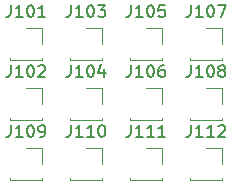
<source format=gbr>
%TF.GenerationSoftware,KiCad,Pcbnew,7.0.10*%
%TF.CreationDate,2024-02-06T00:10:35-05:00*%
%TF.ProjectId,hole_test,686f6c65-5f74-4657-9374-2e6b69636164,rev?*%
%TF.SameCoordinates,Original*%
%TF.FileFunction,Legend,Top*%
%TF.FilePolarity,Positive*%
%FSLAX46Y46*%
G04 Gerber Fmt 4.6, Leading zero omitted, Abs format (unit mm)*
G04 Created by KiCad (PCBNEW 7.0.10) date 2024-02-06 00:10:35*
%MOMM*%
%LPD*%
G01*
G04 APERTURE LIST*
%ADD10C,0.150000*%
%ADD11C,0.120000*%
G04 APERTURE END LIST*
D10*
X100314285Y-75424819D02*
X100314285Y-76139104D01*
X100314285Y-76139104D02*
X100266666Y-76281961D01*
X100266666Y-76281961D02*
X100171428Y-76377200D01*
X100171428Y-76377200D02*
X100028571Y-76424819D01*
X100028571Y-76424819D02*
X99933333Y-76424819D01*
X101314285Y-76424819D02*
X100742857Y-76424819D01*
X101028571Y-76424819D02*
X101028571Y-75424819D01*
X101028571Y-75424819D02*
X100933333Y-75567676D01*
X100933333Y-75567676D02*
X100838095Y-75662914D01*
X100838095Y-75662914D02*
X100742857Y-75710533D01*
X102266666Y-76424819D02*
X101695238Y-76424819D01*
X101980952Y-76424819D02*
X101980952Y-75424819D01*
X101980952Y-75424819D02*
X101885714Y-75567676D01*
X101885714Y-75567676D02*
X101790476Y-75662914D01*
X101790476Y-75662914D02*
X101695238Y-75710533D01*
X102647619Y-75520057D02*
X102695238Y-75472438D01*
X102695238Y-75472438D02*
X102790476Y-75424819D01*
X102790476Y-75424819D02*
X103028571Y-75424819D01*
X103028571Y-75424819D02*
X103123809Y-75472438D01*
X103123809Y-75472438D02*
X103171428Y-75520057D01*
X103171428Y-75520057D02*
X103219047Y-75615295D01*
X103219047Y-75615295D02*
X103219047Y-75710533D01*
X103219047Y-75710533D02*
X103171428Y-75853390D01*
X103171428Y-75853390D02*
X102600000Y-76424819D01*
X102600000Y-76424819D02*
X103219047Y-76424819D01*
X95234285Y-75424819D02*
X95234285Y-76139104D01*
X95234285Y-76139104D02*
X95186666Y-76281961D01*
X95186666Y-76281961D02*
X95091428Y-76377200D01*
X95091428Y-76377200D02*
X94948571Y-76424819D01*
X94948571Y-76424819D02*
X94853333Y-76424819D01*
X96234285Y-76424819D02*
X95662857Y-76424819D01*
X95948571Y-76424819D02*
X95948571Y-75424819D01*
X95948571Y-75424819D02*
X95853333Y-75567676D01*
X95853333Y-75567676D02*
X95758095Y-75662914D01*
X95758095Y-75662914D02*
X95662857Y-75710533D01*
X97186666Y-76424819D02*
X96615238Y-76424819D01*
X96900952Y-76424819D02*
X96900952Y-75424819D01*
X96900952Y-75424819D02*
X96805714Y-75567676D01*
X96805714Y-75567676D02*
X96710476Y-75662914D01*
X96710476Y-75662914D02*
X96615238Y-75710533D01*
X98139047Y-76424819D02*
X97567619Y-76424819D01*
X97853333Y-76424819D02*
X97853333Y-75424819D01*
X97853333Y-75424819D02*
X97758095Y-75567676D01*
X97758095Y-75567676D02*
X97662857Y-75662914D01*
X97662857Y-75662914D02*
X97567619Y-75710533D01*
X90154285Y-75424819D02*
X90154285Y-76139104D01*
X90154285Y-76139104D02*
X90106666Y-76281961D01*
X90106666Y-76281961D02*
X90011428Y-76377200D01*
X90011428Y-76377200D02*
X89868571Y-76424819D01*
X89868571Y-76424819D02*
X89773333Y-76424819D01*
X91154285Y-76424819D02*
X90582857Y-76424819D01*
X90868571Y-76424819D02*
X90868571Y-75424819D01*
X90868571Y-75424819D02*
X90773333Y-75567676D01*
X90773333Y-75567676D02*
X90678095Y-75662914D01*
X90678095Y-75662914D02*
X90582857Y-75710533D01*
X92106666Y-76424819D02*
X91535238Y-76424819D01*
X91820952Y-76424819D02*
X91820952Y-75424819D01*
X91820952Y-75424819D02*
X91725714Y-75567676D01*
X91725714Y-75567676D02*
X91630476Y-75662914D01*
X91630476Y-75662914D02*
X91535238Y-75710533D01*
X92725714Y-75424819D02*
X92820952Y-75424819D01*
X92820952Y-75424819D02*
X92916190Y-75472438D01*
X92916190Y-75472438D02*
X92963809Y-75520057D01*
X92963809Y-75520057D02*
X93011428Y-75615295D01*
X93011428Y-75615295D02*
X93059047Y-75805771D01*
X93059047Y-75805771D02*
X93059047Y-76043866D01*
X93059047Y-76043866D02*
X93011428Y-76234342D01*
X93011428Y-76234342D02*
X92963809Y-76329580D01*
X92963809Y-76329580D02*
X92916190Y-76377200D01*
X92916190Y-76377200D02*
X92820952Y-76424819D01*
X92820952Y-76424819D02*
X92725714Y-76424819D01*
X92725714Y-76424819D02*
X92630476Y-76377200D01*
X92630476Y-76377200D02*
X92582857Y-76329580D01*
X92582857Y-76329580D02*
X92535238Y-76234342D01*
X92535238Y-76234342D02*
X92487619Y-76043866D01*
X92487619Y-76043866D02*
X92487619Y-75805771D01*
X92487619Y-75805771D02*
X92535238Y-75615295D01*
X92535238Y-75615295D02*
X92582857Y-75520057D01*
X92582857Y-75520057D02*
X92630476Y-75472438D01*
X92630476Y-75472438D02*
X92725714Y-75424819D01*
X85074285Y-75424819D02*
X85074285Y-76139104D01*
X85074285Y-76139104D02*
X85026666Y-76281961D01*
X85026666Y-76281961D02*
X84931428Y-76377200D01*
X84931428Y-76377200D02*
X84788571Y-76424819D01*
X84788571Y-76424819D02*
X84693333Y-76424819D01*
X86074285Y-76424819D02*
X85502857Y-76424819D01*
X85788571Y-76424819D02*
X85788571Y-75424819D01*
X85788571Y-75424819D02*
X85693333Y-75567676D01*
X85693333Y-75567676D02*
X85598095Y-75662914D01*
X85598095Y-75662914D02*
X85502857Y-75710533D01*
X86693333Y-75424819D02*
X86788571Y-75424819D01*
X86788571Y-75424819D02*
X86883809Y-75472438D01*
X86883809Y-75472438D02*
X86931428Y-75520057D01*
X86931428Y-75520057D02*
X86979047Y-75615295D01*
X86979047Y-75615295D02*
X87026666Y-75805771D01*
X87026666Y-75805771D02*
X87026666Y-76043866D01*
X87026666Y-76043866D02*
X86979047Y-76234342D01*
X86979047Y-76234342D02*
X86931428Y-76329580D01*
X86931428Y-76329580D02*
X86883809Y-76377200D01*
X86883809Y-76377200D02*
X86788571Y-76424819D01*
X86788571Y-76424819D02*
X86693333Y-76424819D01*
X86693333Y-76424819D02*
X86598095Y-76377200D01*
X86598095Y-76377200D02*
X86550476Y-76329580D01*
X86550476Y-76329580D02*
X86502857Y-76234342D01*
X86502857Y-76234342D02*
X86455238Y-76043866D01*
X86455238Y-76043866D02*
X86455238Y-75805771D01*
X86455238Y-75805771D02*
X86502857Y-75615295D01*
X86502857Y-75615295D02*
X86550476Y-75520057D01*
X86550476Y-75520057D02*
X86598095Y-75472438D01*
X86598095Y-75472438D02*
X86693333Y-75424819D01*
X87502857Y-76424819D02*
X87693333Y-76424819D01*
X87693333Y-76424819D02*
X87788571Y-76377200D01*
X87788571Y-76377200D02*
X87836190Y-76329580D01*
X87836190Y-76329580D02*
X87931428Y-76186723D01*
X87931428Y-76186723D02*
X87979047Y-75996247D01*
X87979047Y-75996247D02*
X87979047Y-75615295D01*
X87979047Y-75615295D02*
X87931428Y-75520057D01*
X87931428Y-75520057D02*
X87883809Y-75472438D01*
X87883809Y-75472438D02*
X87788571Y-75424819D01*
X87788571Y-75424819D02*
X87598095Y-75424819D01*
X87598095Y-75424819D02*
X87502857Y-75472438D01*
X87502857Y-75472438D02*
X87455238Y-75520057D01*
X87455238Y-75520057D02*
X87407619Y-75615295D01*
X87407619Y-75615295D02*
X87407619Y-75853390D01*
X87407619Y-75853390D02*
X87455238Y-75948628D01*
X87455238Y-75948628D02*
X87502857Y-75996247D01*
X87502857Y-75996247D02*
X87598095Y-76043866D01*
X87598095Y-76043866D02*
X87788571Y-76043866D01*
X87788571Y-76043866D02*
X87883809Y-75996247D01*
X87883809Y-75996247D02*
X87931428Y-75948628D01*
X87931428Y-75948628D02*
X87979047Y-75853390D01*
X100314285Y-65264819D02*
X100314285Y-65979104D01*
X100314285Y-65979104D02*
X100266666Y-66121961D01*
X100266666Y-66121961D02*
X100171428Y-66217200D01*
X100171428Y-66217200D02*
X100028571Y-66264819D01*
X100028571Y-66264819D02*
X99933333Y-66264819D01*
X101314285Y-66264819D02*
X100742857Y-66264819D01*
X101028571Y-66264819D02*
X101028571Y-65264819D01*
X101028571Y-65264819D02*
X100933333Y-65407676D01*
X100933333Y-65407676D02*
X100838095Y-65502914D01*
X100838095Y-65502914D02*
X100742857Y-65550533D01*
X101933333Y-65264819D02*
X102028571Y-65264819D01*
X102028571Y-65264819D02*
X102123809Y-65312438D01*
X102123809Y-65312438D02*
X102171428Y-65360057D01*
X102171428Y-65360057D02*
X102219047Y-65455295D01*
X102219047Y-65455295D02*
X102266666Y-65645771D01*
X102266666Y-65645771D02*
X102266666Y-65883866D01*
X102266666Y-65883866D02*
X102219047Y-66074342D01*
X102219047Y-66074342D02*
X102171428Y-66169580D01*
X102171428Y-66169580D02*
X102123809Y-66217200D01*
X102123809Y-66217200D02*
X102028571Y-66264819D01*
X102028571Y-66264819D02*
X101933333Y-66264819D01*
X101933333Y-66264819D02*
X101838095Y-66217200D01*
X101838095Y-66217200D02*
X101790476Y-66169580D01*
X101790476Y-66169580D02*
X101742857Y-66074342D01*
X101742857Y-66074342D02*
X101695238Y-65883866D01*
X101695238Y-65883866D02*
X101695238Y-65645771D01*
X101695238Y-65645771D02*
X101742857Y-65455295D01*
X101742857Y-65455295D02*
X101790476Y-65360057D01*
X101790476Y-65360057D02*
X101838095Y-65312438D01*
X101838095Y-65312438D02*
X101933333Y-65264819D01*
X102600000Y-65264819D02*
X103266666Y-65264819D01*
X103266666Y-65264819D02*
X102838095Y-66264819D01*
X90154285Y-65264819D02*
X90154285Y-65979104D01*
X90154285Y-65979104D02*
X90106666Y-66121961D01*
X90106666Y-66121961D02*
X90011428Y-66217200D01*
X90011428Y-66217200D02*
X89868571Y-66264819D01*
X89868571Y-66264819D02*
X89773333Y-66264819D01*
X91154285Y-66264819D02*
X90582857Y-66264819D01*
X90868571Y-66264819D02*
X90868571Y-65264819D01*
X90868571Y-65264819D02*
X90773333Y-65407676D01*
X90773333Y-65407676D02*
X90678095Y-65502914D01*
X90678095Y-65502914D02*
X90582857Y-65550533D01*
X91773333Y-65264819D02*
X91868571Y-65264819D01*
X91868571Y-65264819D02*
X91963809Y-65312438D01*
X91963809Y-65312438D02*
X92011428Y-65360057D01*
X92011428Y-65360057D02*
X92059047Y-65455295D01*
X92059047Y-65455295D02*
X92106666Y-65645771D01*
X92106666Y-65645771D02*
X92106666Y-65883866D01*
X92106666Y-65883866D02*
X92059047Y-66074342D01*
X92059047Y-66074342D02*
X92011428Y-66169580D01*
X92011428Y-66169580D02*
X91963809Y-66217200D01*
X91963809Y-66217200D02*
X91868571Y-66264819D01*
X91868571Y-66264819D02*
X91773333Y-66264819D01*
X91773333Y-66264819D02*
X91678095Y-66217200D01*
X91678095Y-66217200D02*
X91630476Y-66169580D01*
X91630476Y-66169580D02*
X91582857Y-66074342D01*
X91582857Y-66074342D02*
X91535238Y-65883866D01*
X91535238Y-65883866D02*
X91535238Y-65645771D01*
X91535238Y-65645771D02*
X91582857Y-65455295D01*
X91582857Y-65455295D02*
X91630476Y-65360057D01*
X91630476Y-65360057D02*
X91678095Y-65312438D01*
X91678095Y-65312438D02*
X91773333Y-65264819D01*
X92440000Y-65264819D02*
X93059047Y-65264819D01*
X93059047Y-65264819D02*
X92725714Y-65645771D01*
X92725714Y-65645771D02*
X92868571Y-65645771D01*
X92868571Y-65645771D02*
X92963809Y-65693390D01*
X92963809Y-65693390D02*
X93011428Y-65741009D01*
X93011428Y-65741009D02*
X93059047Y-65836247D01*
X93059047Y-65836247D02*
X93059047Y-66074342D01*
X93059047Y-66074342D02*
X93011428Y-66169580D01*
X93011428Y-66169580D02*
X92963809Y-66217200D01*
X92963809Y-66217200D02*
X92868571Y-66264819D01*
X92868571Y-66264819D02*
X92582857Y-66264819D01*
X92582857Y-66264819D02*
X92487619Y-66217200D01*
X92487619Y-66217200D02*
X92440000Y-66169580D01*
X90154285Y-70344819D02*
X90154285Y-71059104D01*
X90154285Y-71059104D02*
X90106666Y-71201961D01*
X90106666Y-71201961D02*
X90011428Y-71297200D01*
X90011428Y-71297200D02*
X89868571Y-71344819D01*
X89868571Y-71344819D02*
X89773333Y-71344819D01*
X91154285Y-71344819D02*
X90582857Y-71344819D01*
X90868571Y-71344819D02*
X90868571Y-70344819D01*
X90868571Y-70344819D02*
X90773333Y-70487676D01*
X90773333Y-70487676D02*
X90678095Y-70582914D01*
X90678095Y-70582914D02*
X90582857Y-70630533D01*
X91773333Y-70344819D02*
X91868571Y-70344819D01*
X91868571Y-70344819D02*
X91963809Y-70392438D01*
X91963809Y-70392438D02*
X92011428Y-70440057D01*
X92011428Y-70440057D02*
X92059047Y-70535295D01*
X92059047Y-70535295D02*
X92106666Y-70725771D01*
X92106666Y-70725771D02*
X92106666Y-70963866D01*
X92106666Y-70963866D02*
X92059047Y-71154342D01*
X92059047Y-71154342D02*
X92011428Y-71249580D01*
X92011428Y-71249580D02*
X91963809Y-71297200D01*
X91963809Y-71297200D02*
X91868571Y-71344819D01*
X91868571Y-71344819D02*
X91773333Y-71344819D01*
X91773333Y-71344819D02*
X91678095Y-71297200D01*
X91678095Y-71297200D02*
X91630476Y-71249580D01*
X91630476Y-71249580D02*
X91582857Y-71154342D01*
X91582857Y-71154342D02*
X91535238Y-70963866D01*
X91535238Y-70963866D02*
X91535238Y-70725771D01*
X91535238Y-70725771D02*
X91582857Y-70535295D01*
X91582857Y-70535295D02*
X91630476Y-70440057D01*
X91630476Y-70440057D02*
X91678095Y-70392438D01*
X91678095Y-70392438D02*
X91773333Y-70344819D01*
X92963809Y-70678152D02*
X92963809Y-71344819D01*
X92725714Y-70297200D02*
X92487619Y-71011485D01*
X92487619Y-71011485D02*
X93106666Y-71011485D01*
X95234285Y-70344819D02*
X95234285Y-71059104D01*
X95234285Y-71059104D02*
X95186666Y-71201961D01*
X95186666Y-71201961D02*
X95091428Y-71297200D01*
X95091428Y-71297200D02*
X94948571Y-71344819D01*
X94948571Y-71344819D02*
X94853333Y-71344819D01*
X96234285Y-71344819D02*
X95662857Y-71344819D01*
X95948571Y-71344819D02*
X95948571Y-70344819D01*
X95948571Y-70344819D02*
X95853333Y-70487676D01*
X95853333Y-70487676D02*
X95758095Y-70582914D01*
X95758095Y-70582914D02*
X95662857Y-70630533D01*
X96853333Y-70344819D02*
X96948571Y-70344819D01*
X96948571Y-70344819D02*
X97043809Y-70392438D01*
X97043809Y-70392438D02*
X97091428Y-70440057D01*
X97091428Y-70440057D02*
X97139047Y-70535295D01*
X97139047Y-70535295D02*
X97186666Y-70725771D01*
X97186666Y-70725771D02*
X97186666Y-70963866D01*
X97186666Y-70963866D02*
X97139047Y-71154342D01*
X97139047Y-71154342D02*
X97091428Y-71249580D01*
X97091428Y-71249580D02*
X97043809Y-71297200D01*
X97043809Y-71297200D02*
X96948571Y-71344819D01*
X96948571Y-71344819D02*
X96853333Y-71344819D01*
X96853333Y-71344819D02*
X96758095Y-71297200D01*
X96758095Y-71297200D02*
X96710476Y-71249580D01*
X96710476Y-71249580D02*
X96662857Y-71154342D01*
X96662857Y-71154342D02*
X96615238Y-70963866D01*
X96615238Y-70963866D02*
X96615238Y-70725771D01*
X96615238Y-70725771D02*
X96662857Y-70535295D01*
X96662857Y-70535295D02*
X96710476Y-70440057D01*
X96710476Y-70440057D02*
X96758095Y-70392438D01*
X96758095Y-70392438D02*
X96853333Y-70344819D01*
X98043809Y-70344819D02*
X97853333Y-70344819D01*
X97853333Y-70344819D02*
X97758095Y-70392438D01*
X97758095Y-70392438D02*
X97710476Y-70440057D01*
X97710476Y-70440057D02*
X97615238Y-70582914D01*
X97615238Y-70582914D02*
X97567619Y-70773390D01*
X97567619Y-70773390D02*
X97567619Y-71154342D01*
X97567619Y-71154342D02*
X97615238Y-71249580D01*
X97615238Y-71249580D02*
X97662857Y-71297200D01*
X97662857Y-71297200D02*
X97758095Y-71344819D01*
X97758095Y-71344819D02*
X97948571Y-71344819D01*
X97948571Y-71344819D02*
X98043809Y-71297200D01*
X98043809Y-71297200D02*
X98091428Y-71249580D01*
X98091428Y-71249580D02*
X98139047Y-71154342D01*
X98139047Y-71154342D02*
X98139047Y-70916247D01*
X98139047Y-70916247D02*
X98091428Y-70821009D01*
X98091428Y-70821009D02*
X98043809Y-70773390D01*
X98043809Y-70773390D02*
X97948571Y-70725771D01*
X97948571Y-70725771D02*
X97758095Y-70725771D01*
X97758095Y-70725771D02*
X97662857Y-70773390D01*
X97662857Y-70773390D02*
X97615238Y-70821009D01*
X97615238Y-70821009D02*
X97567619Y-70916247D01*
X85074285Y-65264819D02*
X85074285Y-65979104D01*
X85074285Y-65979104D02*
X85026666Y-66121961D01*
X85026666Y-66121961D02*
X84931428Y-66217200D01*
X84931428Y-66217200D02*
X84788571Y-66264819D01*
X84788571Y-66264819D02*
X84693333Y-66264819D01*
X86074285Y-66264819D02*
X85502857Y-66264819D01*
X85788571Y-66264819D02*
X85788571Y-65264819D01*
X85788571Y-65264819D02*
X85693333Y-65407676D01*
X85693333Y-65407676D02*
X85598095Y-65502914D01*
X85598095Y-65502914D02*
X85502857Y-65550533D01*
X86693333Y-65264819D02*
X86788571Y-65264819D01*
X86788571Y-65264819D02*
X86883809Y-65312438D01*
X86883809Y-65312438D02*
X86931428Y-65360057D01*
X86931428Y-65360057D02*
X86979047Y-65455295D01*
X86979047Y-65455295D02*
X87026666Y-65645771D01*
X87026666Y-65645771D02*
X87026666Y-65883866D01*
X87026666Y-65883866D02*
X86979047Y-66074342D01*
X86979047Y-66074342D02*
X86931428Y-66169580D01*
X86931428Y-66169580D02*
X86883809Y-66217200D01*
X86883809Y-66217200D02*
X86788571Y-66264819D01*
X86788571Y-66264819D02*
X86693333Y-66264819D01*
X86693333Y-66264819D02*
X86598095Y-66217200D01*
X86598095Y-66217200D02*
X86550476Y-66169580D01*
X86550476Y-66169580D02*
X86502857Y-66074342D01*
X86502857Y-66074342D02*
X86455238Y-65883866D01*
X86455238Y-65883866D02*
X86455238Y-65645771D01*
X86455238Y-65645771D02*
X86502857Y-65455295D01*
X86502857Y-65455295D02*
X86550476Y-65360057D01*
X86550476Y-65360057D02*
X86598095Y-65312438D01*
X86598095Y-65312438D02*
X86693333Y-65264819D01*
X87979047Y-66264819D02*
X87407619Y-66264819D01*
X87693333Y-66264819D02*
X87693333Y-65264819D01*
X87693333Y-65264819D02*
X87598095Y-65407676D01*
X87598095Y-65407676D02*
X87502857Y-65502914D01*
X87502857Y-65502914D02*
X87407619Y-65550533D01*
X85074285Y-70344819D02*
X85074285Y-71059104D01*
X85074285Y-71059104D02*
X85026666Y-71201961D01*
X85026666Y-71201961D02*
X84931428Y-71297200D01*
X84931428Y-71297200D02*
X84788571Y-71344819D01*
X84788571Y-71344819D02*
X84693333Y-71344819D01*
X86074285Y-71344819D02*
X85502857Y-71344819D01*
X85788571Y-71344819D02*
X85788571Y-70344819D01*
X85788571Y-70344819D02*
X85693333Y-70487676D01*
X85693333Y-70487676D02*
X85598095Y-70582914D01*
X85598095Y-70582914D02*
X85502857Y-70630533D01*
X86693333Y-70344819D02*
X86788571Y-70344819D01*
X86788571Y-70344819D02*
X86883809Y-70392438D01*
X86883809Y-70392438D02*
X86931428Y-70440057D01*
X86931428Y-70440057D02*
X86979047Y-70535295D01*
X86979047Y-70535295D02*
X87026666Y-70725771D01*
X87026666Y-70725771D02*
X87026666Y-70963866D01*
X87026666Y-70963866D02*
X86979047Y-71154342D01*
X86979047Y-71154342D02*
X86931428Y-71249580D01*
X86931428Y-71249580D02*
X86883809Y-71297200D01*
X86883809Y-71297200D02*
X86788571Y-71344819D01*
X86788571Y-71344819D02*
X86693333Y-71344819D01*
X86693333Y-71344819D02*
X86598095Y-71297200D01*
X86598095Y-71297200D02*
X86550476Y-71249580D01*
X86550476Y-71249580D02*
X86502857Y-71154342D01*
X86502857Y-71154342D02*
X86455238Y-70963866D01*
X86455238Y-70963866D02*
X86455238Y-70725771D01*
X86455238Y-70725771D02*
X86502857Y-70535295D01*
X86502857Y-70535295D02*
X86550476Y-70440057D01*
X86550476Y-70440057D02*
X86598095Y-70392438D01*
X86598095Y-70392438D02*
X86693333Y-70344819D01*
X87407619Y-70440057D02*
X87455238Y-70392438D01*
X87455238Y-70392438D02*
X87550476Y-70344819D01*
X87550476Y-70344819D02*
X87788571Y-70344819D01*
X87788571Y-70344819D02*
X87883809Y-70392438D01*
X87883809Y-70392438D02*
X87931428Y-70440057D01*
X87931428Y-70440057D02*
X87979047Y-70535295D01*
X87979047Y-70535295D02*
X87979047Y-70630533D01*
X87979047Y-70630533D02*
X87931428Y-70773390D01*
X87931428Y-70773390D02*
X87360000Y-71344819D01*
X87360000Y-71344819D02*
X87979047Y-71344819D01*
X100314285Y-70344819D02*
X100314285Y-71059104D01*
X100314285Y-71059104D02*
X100266666Y-71201961D01*
X100266666Y-71201961D02*
X100171428Y-71297200D01*
X100171428Y-71297200D02*
X100028571Y-71344819D01*
X100028571Y-71344819D02*
X99933333Y-71344819D01*
X101314285Y-71344819D02*
X100742857Y-71344819D01*
X101028571Y-71344819D02*
X101028571Y-70344819D01*
X101028571Y-70344819D02*
X100933333Y-70487676D01*
X100933333Y-70487676D02*
X100838095Y-70582914D01*
X100838095Y-70582914D02*
X100742857Y-70630533D01*
X101933333Y-70344819D02*
X102028571Y-70344819D01*
X102028571Y-70344819D02*
X102123809Y-70392438D01*
X102123809Y-70392438D02*
X102171428Y-70440057D01*
X102171428Y-70440057D02*
X102219047Y-70535295D01*
X102219047Y-70535295D02*
X102266666Y-70725771D01*
X102266666Y-70725771D02*
X102266666Y-70963866D01*
X102266666Y-70963866D02*
X102219047Y-71154342D01*
X102219047Y-71154342D02*
X102171428Y-71249580D01*
X102171428Y-71249580D02*
X102123809Y-71297200D01*
X102123809Y-71297200D02*
X102028571Y-71344819D01*
X102028571Y-71344819D02*
X101933333Y-71344819D01*
X101933333Y-71344819D02*
X101838095Y-71297200D01*
X101838095Y-71297200D02*
X101790476Y-71249580D01*
X101790476Y-71249580D02*
X101742857Y-71154342D01*
X101742857Y-71154342D02*
X101695238Y-70963866D01*
X101695238Y-70963866D02*
X101695238Y-70725771D01*
X101695238Y-70725771D02*
X101742857Y-70535295D01*
X101742857Y-70535295D02*
X101790476Y-70440057D01*
X101790476Y-70440057D02*
X101838095Y-70392438D01*
X101838095Y-70392438D02*
X101933333Y-70344819D01*
X102838095Y-70773390D02*
X102742857Y-70725771D01*
X102742857Y-70725771D02*
X102695238Y-70678152D01*
X102695238Y-70678152D02*
X102647619Y-70582914D01*
X102647619Y-70582914D02*
X102647619Y-70535295D01*
X102647619Y-70535295D02*
X102695238Y-70440057D01*
X102695238Y-70440057D02*
X102742857Y-70392438D01*
X102742857Y-70392438D02*
X102838095Y-70344819D01*
X102838095Y-70344819D02*
X103028571Y-70344819D01*
X103028571Y-70344819D02*
X103123809Y-70392438D01*
X103123809Y-70392438D02*
X103171428Y-70440057D01*
X103171428Y-70440057D02*
X103219047Y-70535295D01*
X103219047Y-70535295D02*
X103219047Y-70582914D01*
X103219047Y-70582914D02*
X103171428Y-70678152D01*
X103171428Y-70678152D02*
X103123809Y-70725771D01*
X103123809Y-70725771D02*
X103028571Y-70773390D01*
X103028571Y-70773390D02*
X102838095Y-70773390D01*
X102838095Y-70773390D02*
X102742857Y-70821009D01*
X102742857Y-70821009D02*
X102695238Y-70868628D01*
X102695238Y-70868628D02*
X102647619Y-70963866D01*
X102647619Y-70963866D02*
X102647619Y-71154342D01*
X102647619Y-71154342D02*
X102695238Y-71249580D01*
X102695238Y-71249580D02*
X102742857Y-71297200D01*
X102742857Y-71297200D02*
X102838095Y-71344819D01*
X102838095Y-71344819D02*
X103028571Y-71344819D01*
X103028571Y-71344819D02*
X103123809Y-71297200D01*
X103123809Y-71297200D02*
X103171428Y-71249580D01*
X103171428Y-71249580D02*
X103219047Y-71154342D01*
X103219047Y-71154342D02*
X103219047Y-70963866D01*
X103219047Y-70963866D02*
X103171428Y-70868628D01*
X103171428Y-70868628D02*
X103123809Y-70821009D01*
X103123809Y-70821009D02*
X103028571Y-70773390D01*
X95234285Y-65264819D02*
X95234285Y-65979104D01*
X95234285Y-65979104D02*
X95186666Y-66121961D01*
X95186666Y-66121961D02*
X95091428Y-66217200D01*
X95091428Y-66217200D02*
X94948571Y-66264819D01*
X94948571Y-66264819D02*
X94853333Y-66264819D01*
X96234285Y-66264819D02*
X95662857Y-66264819D01*
X95948571Y-66264819D02*
X95948571Y-65264819D01*
X95948571Y-65264819D02*
X95853333Y-65407676D01*
X95853333Y-65407676D02*
X95758095Y-65502914D01*
X95758095Y-65502914D02*
X95662857Y-65550533D01*
X96853333Y-65264819D02*
X96948571Y-65264819D01*
X96948571Y-65264819D02*
X97043809Y-65312438D01*
X97043809Y-65312438D02*
X97091428Y-65360057D01*
X97091428Y-65360057D02*
X97139047Y-65455295D01*
X97139047Y-65455295D02*
X97186666Y-65645771D01*
X97186666Y-65645771D02*
X97186666Y-65883866D01*
X97186666Y-65883866D02*
X97139047Y-66074342D01*
X97139047Y-66074342D02*
X97091428Y-66169580D01*
X97091428Y-66169580D02*
X97043809Y-66217200D01*
X97043809Y-66217200D02*
X96948571Y-66264819D01*
X96948571Y-66264819D02*
X96853333Y-66264819D01*
X96853333Y-66264819D02*
X96758095Y-66217200D01*
X96758095Y-66217200D02*
X96710476Y-66169580D01*
X96710476Y-66169580D02*
X96662857Y-66074342D01*
X96662857Y-66074342D02*
X96615238Y-65883866D01*
X96615238Y-65883866D02*
X96615238Y-65645771D01*
X96615238Y-65645771D02*
X96662857Y-65455295D01*
X96662857Y-65455295D02*
X96710476Y-65360057D01*
X96710476Y-65360057D02*
X96758095Y-65312438D01*
X96758095Y-65312438D02*
X96853333Y-65264819D01*
X98091428Y-65264819D02*
X97615238Y-65264819D01*
X97615238Y-65264819D02*
X97567619Y-65741009D01*
X97567619Y-65741009D02*
X97615238Y-65693390D01*
X97615238Y-65693390D02*
X97710476Y-65645771D01*
X97710476Y-65645771D02*
X97948571Y-65645771D01*
X97948571Y-65645771D02*
X98043809Y-65693390D01*
X98043809Y-65693390D02*
X98091428Y-65741009D01*
X98091428Y-65741009D02*
X98139047Y-65836247D01*
X98139047Y-65836247D02*
X98139047Y-66074342D01*
X98139047Y-66074342D02*
X98091428Y-66169580D01*
X98091428Y-66169580D02*
X98043809Y-66217200D01*
X98043809Y-66217200D02*
X97948571Y-66264819D01*
X97948571Y-66264819D02*
X97710476Y-66264819D01*
X97710476Y-66264819D02*
X97615238Y-66217200D01*
X97615238Y-66217200D02*
X97567619Y-66169580D01*
D11*
%TO.C,J112*%
X100270000Y-79950000D02*
X100270000Y-80070000D01*
X100270000Y-80070000D02*
X102930000Y-80070000D01*
X102930000Y-79950000D02*
X102930000Y-80070000D01*
X102930000Y-77410000D02*
X102930000Y-78740000D01*
X101600000Y-77410000D02*
X102930000Y-77410000D01*
%TO.C,J111*%
X95190000Y-79950000D02*
X95190000Y-80070000D01*
X95190000Y-80070000D02*
X97850000Y-80070000D01*
X97850000Y-79950000D02*
X97850000Y-80070000D01*
X97850000Y-77410000D02*
X97850000Y-78740000D01*
X96520000Y-77410000D02*
X97850000Y-77410000D01*
%TO.C,J110*%
X90110000Y-79950000D02*
X90110000Y-80070000D01*
X90110000Y-80070000D02*
X92770000Y-80070000D01*
X92770000Y-79950000D02*
X92770000Y-80070000D01*
X92770000Y-77410000D02*
X92770000Y-78740000D01*
X91440000Y-77410000D02*
X92770000Y-77410000D01*
%TO.C,J109*%
X85030000Y-79950000D02*
X85030000Y-80070000D01*
X85030000Y-80070000D02*
X87690000Y-80070000D01*
X87690000Y-79950000D02*
X87690000Y-80070000D01*
X87690000Y-77410000D02*
X87690000Y-78740000D01*
X86360000Y-77410000D02*
X87690000Y-77410000D01*
%TO.C,J107*%
X100270000Y-69790000D02*
X100270000Y-69910000D01*
X100270000Y-69910000D02*
X102930000Y-69910000D01*
X101600000Y-67250000D02*
X102930000Y-67250000D01*
X102930000Y-67250000D02*
X102930000Y-68580000D01*
X102930000Y-69790000D02*
X102930000Y-69910000D01*
%TO.C,J103*%
X90110000Y-69790000D02*
X90110000Y-69910000D01*
X90110000Y-69910000D02*
X92770000Y-69910000D01*
X91440000Y-67250000D02*
X92770000Y-67250000D01*
X92770000Y-67250000D02*
X92770000Y-68580000D01*
X92770000Y-69790000D02*
X92770000Y-69910000D01*
%TO.C,J104*%
X90110000Y-74870000D02*
X90110000Y-74990000D01*
X90110000Y-74990000D02*
X92770000Y-74990000D01*
X91440000Y-72330000D02*
X92770000Y-72330000D01*
X92770000Y-72330000D02*
X92770000Y-73660000D01*
X92770000Y-74870000D02*
X92770000Y-74990000D01*
%TO.C,J106*%
X95190000Y-74870000D02*
X95190000Y-74990000D01*
X95190000Y-74990000D02*
X97850000Y-74990000D01*
X96520000Y-72330000D02*
X97850000Y-72330000D01*
X97850000Y-72330000D02*
X97850000Y-73660000D01*
X97850000Y-74870000D02*
X97850000Y-74990000D01*
%TO.C,J101*%
X85030000Y-69790000D02*
X85030000Y-69910000D01*
X85030000Y-69910000D02*
X87690000Y-69910000D01*
X86360000Y-67250000D02*
X87690000Y-67250000D01*
X87690000Y-67250000D02*
X87690000Y-68580000D01*
X87690000Y-69790000D02*
X87690000Y-69910000D01*
%TO.C,J102*%
X85030000Y-74870000D02*
X85030000Y-74990000D01*
X85030000Y-74990000D02*
X87690000Y-74990000D01*
X86360000Y-72330000D02*
X87690000Y-72330000D01*
X87690000Y-72330000D02*
X87690000Y-73660000D01*
X87690000Y-74870000D02*
X87690000Y-74990000D01*
%TO.C,J108*%
X100270000Y-74870000D02*
X100270000Y-74990000D01*
X100270000Y-74990000D02*
X102930000Y-74990000D01*
X101600000Y-72330000D02*
X102930000Y-72330000D01*
X102930000Y-72330000D02*
X102930000Y-73660000D01*
X102930000Y-74870000D02*
X102930000Y-74990000D01*
%TO.C,J105*%
X95190000Y-69790000D02*
X95190000Y-69910000D01*
X95190000Y-69910000D02*
X97850000Y-69910000D01*
X96520000Y-67250000D02*
X97850000Y-67250000D01*
X97850000Y-67250000D02*
X97850000Y-68580000D01*
X97850000Y-69790000D02*
X97850000Y-69910000D01*
%TD*%
M02*

</source>
